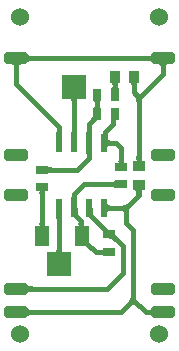
<source format=gtl>
G04*
G04 #@! TF.GenerationSoftware,Altium Limited,Altium Designer,24.10.1 (45)*
G04*
G04 Layer_Physical_Order=1*
G04 Layer_Color=255*
%FSLAX44Y44*%
%MOMM*%
G71*
G04*
G04 #@! TF.SameCoordinates,79C6D601-A39B-46A2-8E03-E2448EDDA2BC*
G04*
G04*
G04 #@! TF.FilePolarity,Positive*
G04*
G01*
G75*
%ADD12R,0.6000X1.5000*%
%ADD13R,1.0000X0.7500*%
%ADD14R,1.1500X1.8000*%
%ADD15R,1.0000X0.9500*%
G04:AMPARAMS|DCode=16|XSize=2mm|YSize=1mm|CornerRadius=0.25mm|HoleSize=0mm|Usage=FLASHONLY|Rotation=180.000|XOffset=0mm|YOffset=0mm|HoleType=Round|Shape=RoundedRectangle|*
%AMROUNDEDRECTD16*
21,1,2.0000,0.5000,0,0,180.0*
21,1,1.5000,1.0000,0,0,180.0*
1,1,0.5000,-0.7500,0.2500*
1,1,0.5000,0.7500,0.2500*
1,1,0.5000,0.7500,-0.2500*
1,1,0.5000,-0.7500,-0.2500*
%
%ADD16ROUNDEDRECTD16*%
%ADD17R,0.9500X1.0000*%
%ADD18R,0.7500X1.0000*%
%ADD29C,0.3810*%
%ADD30R,2.0000X2.0000*%
%ADD31C,1.5240*%
%ADD32C,0.3000*%
G36*
X-35342Y158195D02*
X-35228Y157886D01*
X-35038Y157614D01*
X-34771Y157378D01*
X-34428Y157179D01*
X-34009Y157015D01*
X-33514Y156888D01*
X-32942Y156798D01*
X-32294Y156743D01*
X-31570Y156725D01*
Y152915D01*
X-32294Y152897D01*
X-32942Y152842D01*
X-33514Y152752D01*
X-34009Y152625D01*
X-34428Y152461D01*
X-34771Y152262D01*
X-35038Y152026D01*
X-35228Y151754D01*
X-35342Y151445D01*
X-35380Y151101D01*
Y158539D01*
X-35342Y158195D01*
D02*
G37*
G36*
X21543Y138738D02*
X21505Y139064D01*
X21391Y139356D01*
X21200Y139614D01*
X20934Y139837D01*
X20591Y140026D01*
X20172Y140180D01*
X19676Y140301D01*
X19105Y140386D01*
X18457Y140438D01*
X17733Y140455D01*
Y144265D01*
X18457Y144284D01*
X19105Y144341D01*
X19676Y144436D01*
X20172Y144570D01*
X20591Y144741D01*
X20934Y144951D01*
X21200Y145198D01*
X21391Y145484D01*
X21505Y145808D01*
X21543Y146170D01*
Y138738D01*
D02*
G37*
G36*
X44961Y137370D02*
X44637Y137255D01*
X44351Y137063D01*
X44103Y136794D01*
X43894Y136448D01*
X43723Y136026D01*
X43589Y135527D01*
X43494Y134951D01*
X43437Y134298D01*
X43418Y133568D01*
X39608D01*
X39589Y134298D01*
X39532Y134951D01*
X39436Y135527D01*
X39303Y136026D01*
X39132Y136448D01*
X38922Y136794D01*
X38674Y137063D01*
X38389Y137255D01*
X38065Y137370D01*
X37703Y137408D01*
X45323D01*
X44961Y137370D01*
D02*
G37*
G36*
X-36902Y136093D02*
X-37226Y135977D01*
X-37511Y135785D01*
X-37759Y135517D01*
X-37969Y135171D01*
X-38140Y134748D01*
X-38273Y134249D01*
X-38369Y133673D01*
X-38426Y133020D01*
X-38445Y132290D01*
X-42255D01*
X-42274Y133020D01*
X-42331Y133673D01*
X-42426Y134249D01*
X-42560Y134748D01*
X-42731Y135171D01*
X-42941Y135517D01*
X-43188Y135785D01*
X-43474Y135977D01*
X-43798Y136093D01*
X-44160Y136131D01*
X-36540D01*
X-36902Y136093D01*
D02*
G37*
G36*
X-11434Y133056D02*
X-11349Y131836D01*
X-11275Y131341D01*
X-11179Y130922D01*
X-11062Y130579D01*
X-10923Y130312D01*
X-10764Y130122D01*
X-10583Y130008D01*
X-10381Y129970D01*
X-16320D01*
X-16117Y130008D01*
X-15936Y130122D01*
X-15777Y130312D01*
X-15638Y130579D01*
X-15521Y130922D01*
X-15425Y131341D01*
X-15351Y131836D01*
X-15298Y132408D01*
X-15255Y133779D01*
X-11445D01*
X-11434Y133056D01*
D02*
G37*
G36*
X15027Y125948D02*
X15143Y125624D01*
X15335Y125338D01*
X15603Y125091D01*
X15949Y124881D01*
X16372Y124710D01*
X16871Y124576D01*
X17447Y124481D01*
X18100Y124424D01*
X18829Y124405D01*
Y120595D01*
X18100Y120576D01*
X17447Y120519D01*
X16871Y120423D01*
X16372Y120290D01*
X15949Y120119D01*
X15603Y119909D01*
X15335Y119662D01*
X15143Y119376D01*
X15027Y119052D01*
X14989Y118690D01*
Y126310D01*
X15027Y125948D01*
D02*
G37*
G36*
X35659Y124405D02*
X35147Y123855D01*
X34689Y123283D01*
X34285Y122688D01*
X33935Y122071D01*
X33639Y121432D01*
X33396Y120770D01*
X33207Y120086D01*
X33073Y119380D01*
X32992Y118652D01*
X32965Y117901D01*
X29155Y116785D01*
X29117Y117509D01*
X29003Y118157D01*
X28812Y118728D01*
X28545Y119223D01*
X28203Y119642D01*
X27783Y119985D01*
X27288Y120252D01*
X26717Y120443D01*
X26069Y120557D01*
X25345Y120595D01*
X26461Y124405D01*
X27212Y124432D01*
X27940Y124513D01*
X28647Y124648D01*
X29330Y124836D01*
X29992Y125078D01*
X30631Y125375D01*
X31248Y125725D01*
X31843Y126129D01*
X32415Y126587D01*
X32965Y127099D01*
X35659Y124405D01*
D02*
G37*
G36*
X2081Y119628D02*
X1955Y119296D01*
X1942Y118904D01*
X2042Y118454D01*
X2255Y117945D01*
X2581Y117376D01*
X3020Y116749D01*
X3571Y116063D01*
X5014Y114513D01*
X1802Y112336D01*
X1044Y113067D01*
X-326Y114222D01*
X-938Y114645D01*
X-1501Y114966D01*
X-2016Y115184D01*
X-2482Y115299D01*
X-2899Y115312D01*
X-3267Y115223D01*
X-3587Y115030D01*
X2319Y119901D01*
X2081Y119628D01*
D02*
G37*
G36*
X-10619Y119635D02*
X-10745Y119303D01*
X-10757Y118912D01*
X-10657Y118461D01*
X-10444Y117952D01*
X-10118Y117384D01*
X-9680Y116756D01*
X-9128Y116070D01*
X-7686Y114521D01*
X-10891Y112336D01*
X-11649Y113068D01*
X-13019Y114223D01*
X-13631Y114646D01*
X-14194Y114967D01*
X-14709Y115185D01*
X-15174Y115300D01*
X-15591Y115313D01*
X-15959Y115223D01*
X-16279Y115030D01*
X-10381Y119909D01*
X-10619Y119635D01*
D02*
G37*
G36*
X-23283Y114992D02*
X-23464Y114878D01*
X-23623Y114688D01*
X-23762Y114421D01*
X-23879Y114078D01*
X-23975Y113659D01*
X-24049Y113164D01*
X-24102Y112592D01*
X-24145Y111221D01*
X-27955D01*
X-27966Y111944D01*
X-28051Y113164D01*
X-28125Y113659D01*
X-28221Y114078D01*
X-28338Y114421D01*
X-28477Y114688D01*
X-28636Y114878D01*
X-28817Y114992D01*
X-29019Y115030D01*
X-23080D01*
X-23283Y114992D01*
D02*
G37*
G36*
X-5482Y110870D02*
X-5434Y110267D01*
X-5353Y109736D01*
X-5241Y109275D01*
X-5096Y108885D01*
X-4919Y108566D01*
X-4710Y108318D01*
X-4469Y108141D01*
X-4195Y108034D01*
X-3889Y107999D01*
X-10917D01*
X-10611Y108034D01*
X-10338Y108141D01*
X-10096Y108318D01*
X-9887Y108566D01*
X-9710Y108885D01*
X-9566Y109275D01*
X-9453Y109736D01*
X-9373Y110267D01*
X-9324Y110870D01*
X-9308Y111543D01*
X-5498D01*
X-5482Y110870D01*
D02*
G37*
G36*
X-38426Y111110D02*
X-38369Y110457D01*
X-38273Y109881D01*
X-38140Y109382D01*
X-37969Y108959D01*
X-37759Y108614D01*
X-37511Y108345D01*
X-37226Y108153D01*
X-36902Y108037D01*
X-36540Y107999D01*
X-44160D01*
X-43798Y108037D01*
X-43474Y108153D01*
X-43188Y108345D01*
X-42941Y108614D01*
X-42731Y108959D01*
X-42560Y109382D01*
X-42426Y109881D01*
X-42331Y110457D01*
X-42274Y111110D01*
X-42255Y111840D01*
X-38445D01*
X-38426Y111110D01*
D02*
G37*
G36*
X12531Y107021D02*
X15056Y104896D01*
X15763Y104429D01*
X16403Y104082D01*
X16976Y103856D01*
X17481Y103750D01*
X17919Y103764D01*
X18291Y103899D01*
X11501Y99973D01*
X11777Y100203D01*
X11932Y100501D01*
X11965Y100868D01*
X11875Y101304D01*
X11664Y101808D01*
X11330Y102381D01*
X10875Y103023D01*
X10297Y103734D01*
X8776Y105362D01*
X11556Y107971D01*
X12531Y107021D01*
D02*
G37*
G36*
X21167Y101585D02*
X21062Y101237D01*
X21065Y100834D01*
X21176Y100377D01*
X21394Y99866D01*
X21721Y99300D01*
X22155Y98679D01*
X22697Y98004D01*
X24104Y96490D01*
X21409Y93796D01*
X20626Y94554D01*
X19221Y95745D01*
X18600Y96179D01*
X18034Y96506D01*
X17523Y96724D01*
X17066Y96835D01*
X16663Y96838D01*
X16315Y96733D01*
X16021Y96521D01*
X21379Y101879D01*
X21167Y101585D01*
D02*
G37*
G36*
X-831Y95783D02*
X-873Y95372D01*
X-787Y94886D01*
X-572Y94325D01*
X-229Y93689D01*
X242Y92978D01*
X842Y92192D01*
X2426Y90395D01*
X3411Y89383D01*
X10Y87396D01*
X-803Y88182D01*
X-2246Y89412D01*
X-2876Y89856D01*
X-3445Y90185D01*
X-3954Y90401D01*
X-4401Y90502D01*
X-4788Y90489D01*
X-5114Y90362D01*
X-5379Y90121D01*
X-661Y96119D01*
X-831Y95783D01*
D02*
G37*
G36*
X-24126Y88050D02*
X-24069Y87397D01*
X-23974Y86821D01*
X-23840Y86322D01*
X-23669Y85899D01*
X-23459Y85554D01*
X-23212Y85285D01*
X-22926Y85093D01*
X-22602Y84978D01*
X-22240Y84939D01*
X-29860D01*
X-29498Y84978D01*
X-29174Y85093D01*
X-28888Y85285D01*
X-28641Y85554D01*
X-28431Y85899D01*
X-28260Y86322D01*
X-28126Y86821D01*
X-28031Y87397D01*
X-27974Y88050D01*
X-27955Y88779D01*
X-24145D01*
X-24126Y88050D01*
D02*
G37*
G36*
X11471Y81490D02*
X11432Y81740D01*
X11318Y81964D01*
X11128Y82161D01*
X10861Y82332D01*
X10518Y82476D01*
X10099Y82595D01*
X9604Y82687D01*
X9032Y82752D01*
X8384Y82792D01*
X7660Y82805D01*
Y86615D01*
X8384Y86634D01*
X9032Y86691D01*
X9604Y86786D01*
X10099Y86920D01*
X10518Y87091D01*
X10861Y87301D01*
X11128Y87549D01*
X11318Y87834D01*
X11432Y88158D01*
X11471Y88520D01*
Y81490D01*
D02*
G37*
G36*
X-52388Y57434D02*
X-52260Y57113D01*
X-52047Y56830D01*
X-51749Y56585D01*
X-51366Y56377D01*
X-50897Y56207D01*
X-50344Y56075D01*
X-49705Y55981D01*
X-48981Y55924D01*
X-48172Y55905D01*
Y52095D01*
X-48981Y52076D01*
X-49705Y52020D01*
X-50344Y51925D01*
X-50897Y51793D01*
X-51366Y51623D01*
X-51749Y51415D01*
X-52047Y51170D01*
X-52260Y50887D01*
X-52388Y50566D01*
X-52431Y50207D01*
Y57793D01*
X-52388Y57434D01*
D02*
G37*
G36*
X38762Y48298D02*
X38843Y47570D01*
X38977Y46863D01*
X39166Y46180D01*
X39409Y45518D01*
X39705Y44879D01*
X40055Y44262D01*
X40459Y43667D01*
X40917Y43095D01*
X41429Y42545D01*
X39524Y39062D01*
X38985Y39547D01*
X38447Y39924D01*
X37908Y40193D01*
X37369Y40355D01*
X36830Y40409D01*
X36291Y40355D01*
X35752Y40193D01*
X35213Y39924D01*
X34675Y39547D01*
X34136Y39062D01*
X32231Y42545D01*
X32743Y43095D01*
X33201Y43667D01*
X33605Y44262D01*
X33955Y44879D01*
X34251Y45518D01*
X34494Y46180D01*
X34683Y46863D01*
X34817Y47570D01*
X34898Y48298D01*
X34925Y49049D01*
X38735D01*
X38762Y48298D01*
D02*
G37*
G36*
X52431Y30207D02*
X52388Y30566D01*
X52260Y30887D01*
X52047Y31170D01*
X51749Y31415D01*
X51366Y31623D01*
X50897Y31793D01*
X50344Y31925D01*
X49705Y32020D01*
X48981Y32076D01*
X48172Y32095D01*
Y35905D01*
X48981Y35924D01*
X49705Y35981D01*
X50344Y36075D01*
X50897Y36207D01*
X51366Y36377D01*
X51749Y36585D01*
X52047Y36830D01*
X52260Y37113D01*
X52388Y37434D01*
X52431Y37793D01*
Y30207D01*
D02*
G37*
G36*
X-52388Y37434D02*
X-52260Y37113D01*
X-52047Y36830D01*
X-51749Y36585D01*
X-51366Y36377D01*
X-50897Y36207D01*
X-50344Y36075D01*
X-49705Y35981D01*
X-48981Y35924D01*
X-48172Y35905D01*
Y32095D01*
X-48981Y32076D01*
X-49705Y32020D01*
X-50344Y31925D01*
X-50897Y31793D01*
X-51366Y31623D01*
X-51749Y31415D01*
X-52047Y31170D01*
X-52260Y30887D01*
X-52388Y30566D01*
X-52431Y30207D01*
Y37793D01*
X-52388Y37434D01*
D02*
G37*
G36*
X52431Y245207D02*
X52388Y245566D01*
X52260Y245887D01*
X52047Y246170D01*
X51749Y246415D01*
X51366Y246623D01*
X50897Y246793D01*
X50344Y246925D01*
X49705Y247020D01*
X48981Y247076D01*
X48172Y247095D01*
Y250905D01*
X48981Y250924D01*
X49705Y250980D01*
X50344Y251075D01*
X50897Y251207D01*
X51366Y251377D01*
X51749Y251585D01*
X52047Y251830D01*
X52260Y252113D01*
X52388Y252434D01*
X52431Y252793D01*
Y245207D01*
D02*
G37*
G36*
X-52388Y252434D02*
X-52260Y252113D01*
X-52047Y251830D01*
X-51749Y251585D01*
X-51366Y251377D01*
X-50897Y251207D01*
X-50344Y251075D01*
X-49705Y250980D01*
X-48981Y250924D01*
X-48172Y250905D01*
Y247095D01*
X-48981Y247076D01*
X-49705Y247020D01*
X-50344Y246925D01*
X-50897Y246793D01*
X-51366Y246623D01*
X-51749Y246415D01*
X-52047Y246170D01*
X-52260Y245887D01*
X-52388Y245566D01*
X-52431Y245207D01*
Y252793D01*
X-52388Y252434D01*
D02*
G37*
G36*
X65678Y243974D02*
X65354Y243859D01*
X65068Y243667D01*
X64821Y243398D01*
X64611Y243053D01*
X64440Y242630D01*
X64306Y242131D01*
X64211Y241555D01*
X64154Y240902D01*
X64135Y240172D01*
X60325D01*
X60306Y240902D01*
X60249Y241555D01*
X60153Y242131D01*
X60020Y242630D01*
X59849Y243053D01*
X59639Y243398D01*
X59391Y243667D01*
X59106Y243859D01*
X58782Y243974D01*
X58420Y244013D01*
X66040D01*
X65678Y243974D01*
D02*
G37*
G36*
X-58552D02*
X-58876Y243859D01*
X-59162Y243667D01*
X-59409Y243398D01*
X-59619Y243053D01*
X-59790Y242630D01*
X-59924Y242131D01*
X-60019Y241555D01*
X-60076Y240902D01*
X-60095Y240172D01*
X-63905D01*
X-63924Y240902D01*
X-63981Y241555D01*
X-64076Y242131D01*
X-64210Y242630D01*
X-64381Y243053D01*
X-64591Y243398D01*
X-64839Y243667D01*
X-65124Y243859D01*
X-65448Y243974D01*
X-65810Y244013D01*
X-58190D01*
X-58552Y243974D01*
D02*
G37*
G36*
X40848Y228703D02*
X40524Y228587D01*
X40238Y228395D01*
X39991Y228127D01*
X39781Y227781D01*
X39610Y227358D01*
X39476Y226859D01*
X39381Y226283D01*
X39324Y225630D01*
X39305Y224900D01*
X35495D01*
X35476Y225630D01*
X35419Y226283D01*
X35324Y226859D01*
X35190Y227358D01*
X35019Y227781D01*
X34809Y228127D01*
X34562Y228395D01*
X34276Y228587D01*
X33952Y228703D01*
X33590Y228741D01*
X41210D01*
X40848Y228703D01*
D02*
G37*
G36*
X24848D02*
X24524Y228587D01*
X24239Y228395D01*
X23991Y228127D01*
X23781Y227781D01*
X23610Y227358D01*
X23477Y226859D01*
X23381Y226283D01*
X23361Y226049D01*
X23378Y225848D01*
X23468Y225276D01*
X23595Y224781D01*
X23759Y224362D01*
X23958Y224019D01*
X24194Y223752D01*
X24466Y223562D01*
X24775Y223448D01*
X25120Y223410D01*
X17680D01*
X18025Y223448D01*
X18334Y223562D01*
X18606Y223752D01*
X18842Y224019D01*
X19041Y224362D01*
X19205Y224781D01*
X19332Y225276D01*
X19422Y225848D01*
X19439Y226049D01*
X19419Y226283D01*
X19324Y226859D01*
X19190Y227358D01*
X19019Y227781D01*
X18809Y228127D01*
X18562Y228395D01*
X18276Y228587D01*
X17952Y228703D01*
X17590Y228741D01*
X25210D01*
X24848Y228703D01*
D02*
G37*
G36*
X41513Y216227D02*
X39608Y211628D01*
X39581Y212379D01*
X39500Y213108D01*
X39365Y213814D01*
X39177Y214498D01*
X38934Y215159D01*
X38638Y215798D01*
X38288Y216415D01*
X37884Y217010D01*
X37425Y217582D01*
X36914Y218132D01*
X41513Y216227D01*
D02*
G37*
G36*
X-9902Y214992D02*
X-10226Y214878D01*
X-10512Y214688D01*
X-10759Y214421D01*
X-10969Y214078D01*
X-11140Y213659D01*
X-11274Y213164D01*
X-11369Y212592D01*
X-11426Y211944D01*
X-11445Y211220D01*
X-15255D01*
X-15274Y211944D01*
X-15331Y212592D01*
X-15426Y213164D01*
X-15560Y213659D01*
X-15731Y214078D01*
X-15941Y214421D01*
X-16188Y214688D01*
X-16474Y214878D01*
X-16798Y214992D01*
X-17160Y215030D01*
X-9540D01*
X-9902Y214992D01*
D02*
G37*
G36*
X9775Y213432D02*
X9466Y213318D01*
X9194Y213128D01*
X8958Y212861D01*
X8759Y212518D01*
X8595Y212099D01*
X8468Y211604D01*
X8378Y211032D01*
X8323Y210384D01*
X8318Y210185D01*
X8323Y209986D01*
X8378Y209338D01*
X8468Y208766D01*
X8595Y208271D01*
X8759Y207852D01*
X8958Y207509D01*
X9194Y207242D01*
X9466Y207052D01*
X9775Y206938D01*
X10120Y206900D01*
X2680D01*
X3025Y206938D01*
X3334Y207052D01*
X3606Y207242D01*
X3842Y207509D01*
X4041Y207852D01*
X4205Y208271D01*
X4332Y208766D01*
X4422Y209338D01*
X4477Y209986D01*
X4482Y210185D01*
X4477Y210384D01*
X4422Y211032D01*
X4332Y211604D01*
X4205Y212099D01*
X4041Y212518D01*
X3842Y212861D01*
X3606Y213128D01*
X3334Y213318D01*
X3025Y213432D01*
X2680Y213470D01*
X10120D01*
X9775Y213432D01*
D02*
G37*
G36*
X8069Y196961D02*
X7772Y197176D01*
X7422Y197284D01*
X7018D01*
X6560Y197176D01*
X6048Y196961D01*
X5482Y196637D01*
X4863Y196206D01*
X4189Y195667D01*
X2680Y194266D01*
X-14Y196961D01*
X741Y197742D01*
X1926Y199143D01*
X2357Y199762D01*
X2680Y200328D01*
X2896Y200840D01*
X3004Y201298D01*
Y201702D01*
X2896Y202052D01*
X2680Y202349D01*
X8069Y196961D01*
D02*
G37*
G36*
X22683Y196926D02*
X22427Y196824D01*
X22200Y196653D01*
X22004Y196414D01*
X21838Y196107D01*
X21702Y195731D01*
X21596Y195287D01*
X21520Y194775D01*
X21475Y194194D01*
X21460Y193545D01*
X17650D01*
X17680Y196961D01*
X22970D01*
X22683Y196926D01*
D02*
G37*
G36*
X1266Y188056D02*
X1351Y186836D01*
X1425Y186341D01*
X1521Y185922D01*
X1638Y185579D01*
X1777Y185312D01*
X1936Y185122D01*
X2117Y185008D01*
X2319Y184970D01*
X-3620D01*
X-3417Y185008D01*
X-3236Y185122D01*
X-3077Y185312D01*
X-2938Y185579D01*
X-2821Y185922D01*
X-2725Y186341D01*
X-2651Y186836D01*
X-2598Y187408D01*
X-2555Y188780D01*
X1255D01*
X1266Y188056D01*
D02*
G37*
G36*
X-11434D02*
X-11349Y186836D01*
X-11275Y186341D01*
X-11179Y185922D01*
X-11062Y185579D01*
X-10923Y185312D01*
X-10764Y185122D01*
X-10583Y185008D01*
X-10381Y184970D01*
X-16320D01*
X-16117Y185008D01*
X-15936Y185122D01*
X-15777Y185312D01*
X-15638Y185579D01*
X-15521Y185922D01*
X-15425Y186341D01*
X-15351Y186836D01*
X-15298Y187408D01*
X-15255Y188780D01*
X-11445D01*
X-11434Y188056D01*
D02*
G37*
G36*
X-24134D02*
X-24049Y186836D01*
X-23975Y186341D01*
X-23879Y185922D01*
X-23762Y185579D01*
X-23623Y185312D01*
X-23464Y185122D01*
X-23283Y185008D01*
X-23080Y184970D01*
X-29019D01*
X-28817Y185008D01*
X-28636Y185122D01*
X-28477Y185312D01*
X-28338Y185579D01*
X-28221Y185922D01*
X-28125Y186341D01*
X-28051Y186836D01*
X-27998Y187408D01*
X-27955Y188780D01*
X-24145D01*
X-24134Y188056D01*
D02*
G37*
G36*
X15020Y184970D02*
X10979Y184939D01*
X11029Y184961D01*
X11073Y185028D01*
X11112Y185138D01*
X11146Y185291D01*
X11175Y185489D01*
X11216Y186016D01*
X11240Y187135D01*
X15050D01*
X15020Y184970D01*
D02*
G37*
G36*
X15027Y180948D02*
X15143Y180624D01*
X15335Y180338D01*
X15603Y180091D01*
X15949Y179881D01*
X16372Y179710D01*
X16871Y179576D01*
X17447Y179481D01*
X18100Y179424D01*
X18829Y179405D01*
Y175595D01*
X18100Y175576D01*
X17447Y175519D01*
X16871Y175424D01*
X16372Y175290D01*
X15949Y175119D01*
X15603Y174909D01*
X15335Y174662D01*
X15143Y174376D01*
X15027Y174052D01*
X14989Y173690D01*
Y181310D01*
X15027Y180948D01*
D02*
G37*
G36*
X2117Y169992D02*
X1936Y169878D01*
X1777Y169688D01*
X1638Y169421D01*
X1521Y169078D01*
X1425Y168659D01*
X1351Y168164D01*
X1298Y167592D01*
X1255Y166220D01*
X-2555D01*
X-2566Y166944D01*
X-2651Y168164D01*
X-2725Y168659D01*
X-2821Y169078D01*
X-2938Y169421D01*
X-3077Y169688D01*
X-3236Y169878D01*
X-3417Y169992D01*
X-3620Y170030D01*
X2319D01*
X2117Y169992D01*
D02*
G37*
G36*
X43437Y165897D02*
X43494Y165244D01*
X43589Y164668D01*
X43723Y164169D01*
X43894Y163747D01*
X44103Y163401D01*
X44351Y163132D01*
X44637Y162940D01*
X44961Y162825D01*
X45323Y162787D01*
X37703D01*
X38065Y162825D01*
X38389Y162940D01*
X38674Y163132D01*
X38922Y163401D01*
X39132Y163747D01*
X39303Y164169D01*
X39436Y164668D01*
X39532Y165244D01*
X39589Y165897D01*
X39608Y166627D01*
X43418D01*
X43437Y165897D01*
D02*
G37*
G36*
X28437Y164257D02*
X28494Y163604D01*
X28589Y163028D01*
X28723Y162529D01*
X28894Y162107D01*
X29104Y161761D01*
X29351Y161492D01*
X29637Y161300D01*
X29961Y161185D01*
X30323Y161147D01*
X22703D01*
X23065Y161185D01*
X23389Y161300D01*
X23674Y161492D01*
X23922Y161761D01*
X24132Y162107D01*
X24303Y162529D01*
X24436Y163028D01*
X24532Y163604D01*
X24589Y164257D01*
X24608Y164987D01*
X28418D01*
X28437Y164257D01*
D02*
G37*
D12*
X-26050Y122500D02*
D03*
X-13350D02*
D03*
X-650D02*
D03*
X12050D02*
D03*
X-26050Y177500D02*
D03*
X-13350D02*
D03*
X-650D02*
D03*
X12050D02*
D03*
D13*
X-40350Y139820D02*
D03*
Y154820D02*
D03*
X16440Y85210D02*
D03*
Y100210D02*
D03*
X26513Y157457D02*
D03*
Y142457D02*
D03*
D14*
X-40350Y99060D02*
D03*
X-6350D02*
D03*
D15*
X41513Y158097D02*
D03*
Y142098D02*
D03*
D16*
X62000Y133000D02*
D03*
Y54000D02*
D03*
X-62000D02*
D03*
X62000Y249000D02*
D03*
X-62000D02*
D03*
X62000Y34000D02*
D03*
X-62000D02*
D03*
Y167000D02*
D03*
X62000D02*
D03*
X-62000Y133000D02*
D03*
D17*
X37400Y233680D02*
D03*
X21400D02*
D03*
D18*
Y201930D02*
D03*
X6400D02*
D03*
Y218440D02*
D03*
X21400D02*
D03*
D29*
X14630Y54000D02*
X27940Y67310D01*
X17690Y100210D02*
X27940Y89960D01*
Y67310D02*
Y89960D01*
X47280Y34000D02*
X62000D01*
X36830Y44450D02*
X47280Y34000D01*
X-62000D02*
X26380D01*
X36830Y44450D01*
Y104140D01*
X-60000Y54000D02*
X14630D01*
X-63247Y53340D02*
X-60000D01*
X-64770D02*
X-63247D01*
X62230Y245950D02*
X65200Y248920D01*
X62230Y236220D02*
Y245950D01*
X65200Y248920D02*
X65920D01*
X42237Y216227D02*
X62230Y236220D01*
X-62000Y249000D02*
X62000D01*
X-62000Y227100D02*
Y248920D01*
X31060Y109910D02*
Y122500D01*
Y109910D02*
X36830Y104140D01*
X60951Y35049D02*
X62000Y34000D01*
X-13350Y177500D02*
Y225000D01*
X41513Y216227D02*
X42237D01*
X41513Y158097D02*
Y216227D01*
X-62000Y227100D02*
X-26050Y191150D01*
Y177500D02*
Y191150D01*
X16440Y100210D02*
X17690D01*
X-26050Y75000D02*
Y122500D01*
X12050D02*
X31060D01*
X41513Y132953D01*
Y142098D01*
X37400Y220340D02*
X41513Y216227D01*
X13145Y178595D02*
Y187135D01*
X19555Y193545D02*
Y200085D01*
X12050Y177500D02*
X13145Y178595D01*
Y187135D02*
X19555Y193545D01*
X-650Y164520D02*
Y193630D01*
X-10350Y154820D02*
X-650Y164520D01*
X6400Y200680D02*
Y218440D01*
X-650Y193630D02*
X6400Y200680D01*
X19555Y200085D02*
X21400Y201930D01*
X12050Y177500D02*
X14050Y177500D01*
X21890D01*
X26513Y157457D02*
Y172877D01*
X21890Y177500D02*
X26513Y172877D01*
X-650Y122500D02*
X445Y121405D01*
Y116387D02*
X13345Y103487D01*
Y102055D02*
Y103487D01*
X445Y116387D02*
Y121405D01*
X-12255Y116395D02*
Y121405D01*
Y116395D02*
X-7403Y111543D01*
X-13350Y122500D02*
X-12255Y121405D01*
X-7403Y96863D02*
Y111543D01*
Y96863D02*
X-2505Y91965D01*
X-13350Y134040D02*
X-5030Y142360D01*
X-13350Y122500D02*
Y134040D01*
X-40350Y154820D02*
X-10350D01*
X-40350Y99060D02*
Y139820D01*
X37400Y220340D02*
Y233680D01*
X37150Y233930D02*
X37400Y233680D01*
X21400Y218440D02*
Y233680D01*
X-1865Y91965D02*
X5390Y84710D01*
X15690D01*
X-2505Y91965D02*
X-1865D01*
X13345Y102055D02*
X15190Y100210D01*
X16440D01*
X-5030Y142360D02*
X29000D01*
D30*
X-26050Y75000D02*
D03*
X-13350Y225000D02*
D03*
D31*
X59000Y284000D02*
D03*
X-59000D02*
D03*
X59000Y16000D02*
D03*
X-59000D02*
D03*
D32*
X-63247Y51000D02*
D03*
Y54000D02*
D03*
X-60000D02*
D03*
X59770D02*
D03*
Y51000D02*
D03*
X63018D02*
D03*
X-60000D02*
D03*
X63018Y54000D02*
D03*
X-60000Y134500D02*
D03*
Y131500D02*
D03*
X-63247Y134500D02*
D03*
Y131500D02*
D03*
X63018D02*
D03*
Y134500D02*
D03*
X59770Y131500D02*
D03*
Y134500D02*
D03*
X-60000Y168500D02*
D03*
Y165500D02*
D03*
X-63247Y168500D02*
D03*
Y165500D02*
D03*
X63018D02*
D03*
Y168500D02*
D03*
X59770Y165500D02*
D03*
Y168500D02*
D03*
M02*

</source>
